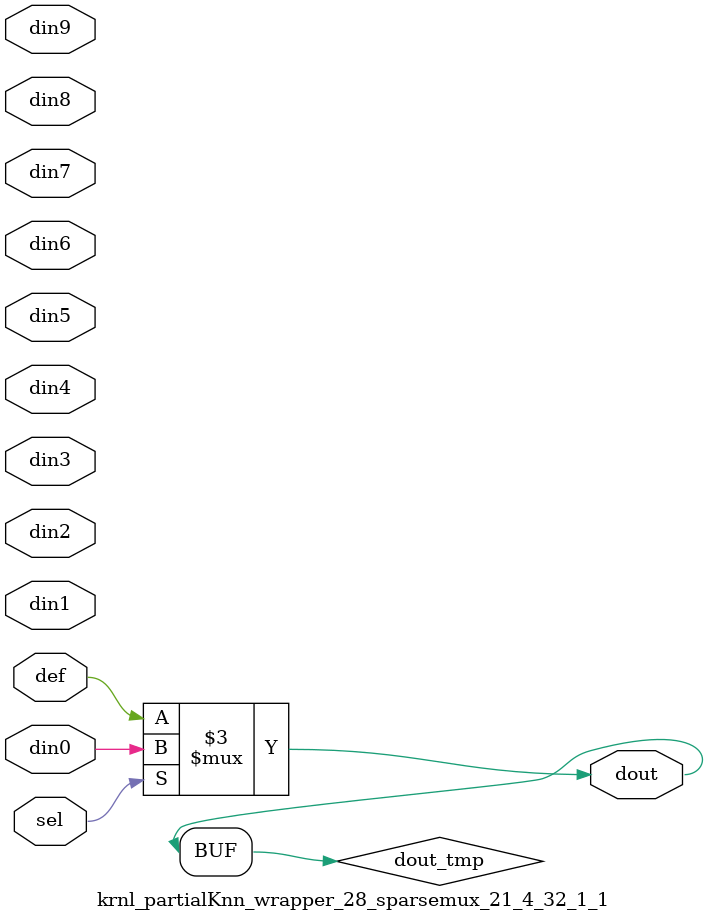
<source format=v>
`timescale 1ns / 1ps

module krnl_partialKnn_wrapper_28_sparsemux_21_4_32_1_1 (din0,din1,din2,din3,din4,din5,din6,din7,din8,din9,def,sel,dout);

parameter din0_WIDTH = 1;

parameter din1_WIDTH = 1;

parameter din2_WIDTH = 1;

parameter din3_WIDTH = 1;

parameter din4_WIDTH = 1;

parameter din5_WIDTH = 1;

parameter din6_WIDTH = 1;

parameter din7_WIDTH = 1;

parameter din8_WIDTH = 1;

parameter din9_WIDTH = 1;

parameter def_WIDTH = 1;
parameter sel_WIDTH = 1;
parameter dout_WIDTH = 1;

parameter [sel_WIDTH-1:0] CASE0 = 1;

parameter [sel_WIDTH-1:0] CASE1 = 1;

parameter [sel_WIDTH-1:0] CASE2 = 1;

parameter [sel_WIDTH-1:0] CASE3 = 1;

parameter [sel_WIDTH-1:0] CASE4 = 1;

parameter [sel_WIDTH-1:0] CASE5 = 1;

parameter [sel_WIDTH-1:0] CASE6 = 1;

parameter [sel_WIDTH-1:0] CASE7 = 1;

parameter [sel_WIDTH-1:0] CASE8 = 1;

parameter [sel_WIDTH-1:0] CASE9 = 1;

parameter ID = 1;
parameter NUM_STAGE = 1;



input [din0_WIDTH-1:0] din0;

input [din1_WIDTH-1:0] din1;

input [din2_WIDTH-1:0] din2;

input [din3_WIDTH-1:0] din3;

input [din4_WIDTH-1:0] din4;

input [din5_WIDTH-1:0] din5;

input [din6_WIDTH-1:0] din6;

input [din7_WIDTH-1:0] din7;

input [din8_WIDTH-1:0] din8;

input [din9_WIDTH-1:0] din9;

input [def_WIDTH-1:0] def;
input [sel_WIDTH-1:0] sel;

output [dout_WIDTH-1:0] dout;



reg [dout_WIDTH-1:0] dout_tmp;

always @ (*) begin
case (sel)
    
    CASE0 : dout_tmp = din0;
    
    CASE1 : dout_tmp = din1;
    
    CASE2 : dout_tmp = din2;
    
    CASE3 : dout_tmp = din3;
    
    CASE4 : dout_tmp = din4;
    
    CASE5 : dout_tmp = din5;
    
    CASE6 : dout_tmp = din6;
    
    CASE7 : dout_tmp = din7;
    
    CASE8 : dout_tmp = din8;
    
    CASE9 : dout_tmp = din9;
    
    default : dout_tmp = def;
endcase
end


assign dout = dout_tmp;



endmodule

</source>
